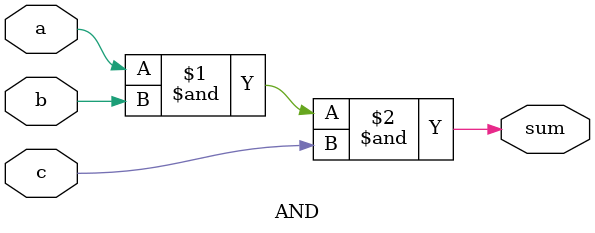
<source format=v>
module AND(input wire a, input wire b, input wire c, output wire sum);
assign sum = a & b & c;
endmodule

</source>
